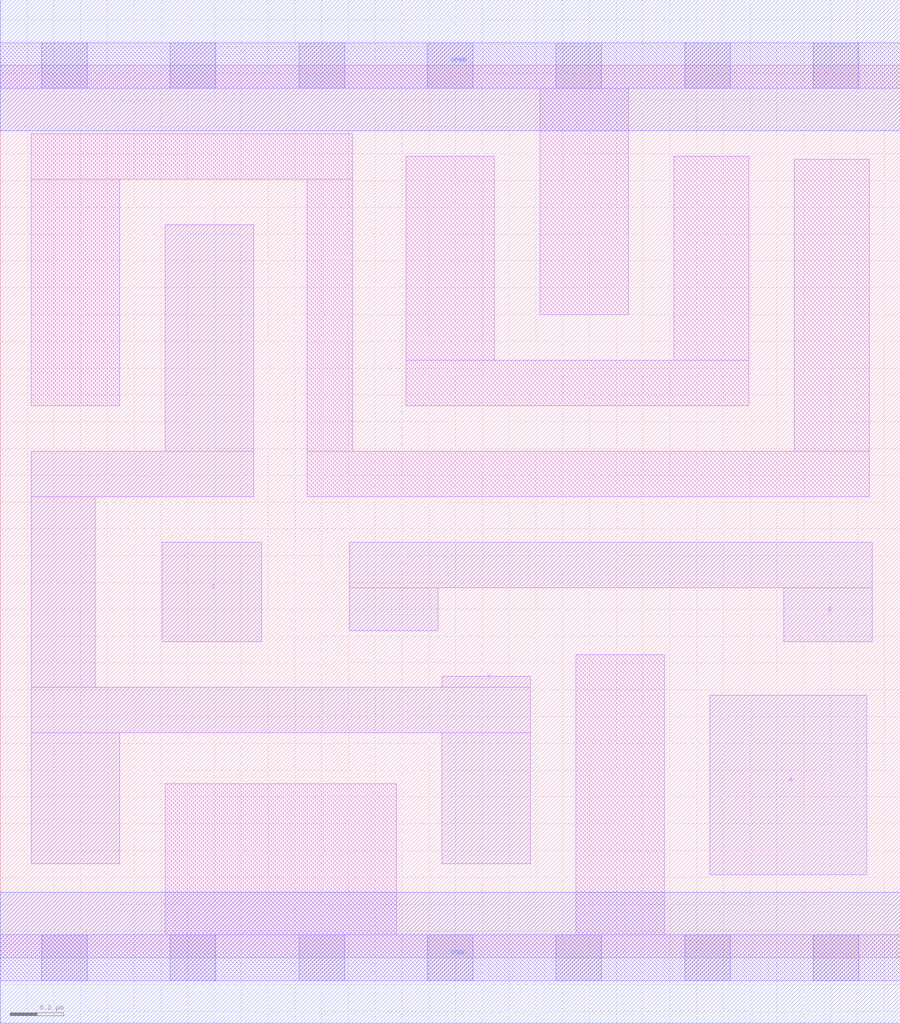
<source format=lef>
# Copyright 2020 The SkyWater PDK Authors
#
# Licensed under the Apache License, Version 2.0 (the "License");
# you may not use this file except in compliance with the License.
# You may obtain a copy of the License at
#
#     https://www.apache.org/licenses/LICENSE-2.0
#
# Unless required by applicable law or agreed to in writing, software
# distributed under the License is distributed on an "AS IS" BASIS,
# WITHOUT WARRANTIES OR CONDITIONS OF ANY KIND, either express or implied.
# See the License for the specific language governing permissions and
# limitations under the License.
#
# SPDX-License-Identifier: Apache-2.0

VERSION 5.7 ;
  NAMESCASESENSITIVE ON ;
  NOWIREEXTENSIONATPIN ON ;
  DIVIDERCHAR "/" ;
  BUSBITCHARS "[]" ;
UNITS
  DATABASE MICRONS 200 ;
END UNITS
MACRO sky130_fd_sc_ms__nor3_2
  CLASS CORE ;
  SOURCE USER ;
  FOREIGN sky130_fd_sc_ms__nor3_2 ;
  ORIGIN  0.000000  0.000000 ;
  SIZE  3.360000 BY  3.330000 ;
  SYMMETRY X Y ;
  SITE unit ;
  PIN A
    ANTENNAGATEAREA  0.514200 ;
    DIRECTION INPUT ;
    USE SIGNAL ;
    PORT
      LAYER li1 ;
        RECT 2.650000 0.310000 3.235000 0.980000 ;
    END
  END A
  PIN B
    ANTENNAGATEAREA  0.514200 ;
    DIRECTION INPUT ;
    USE SIGNAL ;
    PORT
      LAYER li1 ;
        RECT 1.305000 1.220000 1.635000 1.380000 ;
        RECT 1.305000 1.380000 3.255000 1.550000 ;
        RECT 2.925000 1.180000 3.255000 1.380000 ;
    END
  END B
  PIN C
    ANTENNAGATEAREA  0.514200 ;
    DIRECTION INPUT ;
    USE SIGNAL ;
    PORT
      LAYER li1 ;
        RECT 0.605000 1.180000 0.975000 1.550000 ;
    END
  END C
  PIN Y
    ANTENNADIFFAREA  0.828300 ;
    DIRECTION OUTPUT ;
    USE SIGNAL ;
    PORT
      LAYER li1 ;
        RECT 0.115000 0.350000 0.445000 0.840000 ;
        RECT 0.115000 0.840000 1.980000 1.010000 ;
        RECT 0.115000 1.010000 0.355000 1.720000 ;
        RECT 0.115000 1.720000 0.945000 1.890000 ;
        RECT 0.615000 1.890000 0.945000 2.735000 ;
        RECT 1.650000 0.350000 1.980000 0.840000 ;
        RECT 1.650000 1.010000 1.980000 1.050000 ;
    END
  END Y
  PIN VGND
    DIRECTION INOUT ;
    USE GROUND ;
    PORT
      LAYER met1 ;
        RECT 0.000000 -0.245000 3.360000 0.245000 ;
    END
  END VGND
  PIN VPWR
    DIRECTION INOUT ;
    USE POWER ;
    PORT
      LAYER met1 ;
        RECT 0.000000 3.085000 3.360000 3.575000 ;
    END
  END VPWR
  OBS
    LAYER li1 ;
      RECT 0.000000 -0.085000 3.360000 0.085000 ;
      RECT 0.000000  3.245000 3.360000 3.415000 ;
      RECT 0.115000  2.060000 0.445000 2.905000 ;
      RECT 0.115000  2.905000 1.315000 3.075000 ;
      RECT 0.615000  0.085000 1.480000 0.650000 ;
      RECT 1.145000  1.720000 3.245000 1.890000 ;
      RECT 1.145000  1.890000 1.315000 2.905000 ;
      RECT 1.515000  2.060000 2.795000 2.230000 ;
      RECT 1.515000  2.230000 1.845000 2.990000 ;
      RECT 2.015000  2.400000 2.345000 3.245000 ;
      RECT 2.150000  0.085000 2.480000 1.130000 ;
      RECT 2.515000  2.230000 2.795000 2.990000 ;
      RECT 2.965000  1.890000 3.245000 2.980000 ;
    LAYER mcon ;
      RECT 0.155000 -0.085000 0.325000 0.085000 ;
      RECT 0.155000  3.245000 0.325000 3.415000 ;
      RECT 0.635000 -0.085000 0.805000 0.085000 ;
      RECT 0.635000  3.245000 0.805000 3.415000 ;
      RECT 1.115000 -0.085000 1.285000 0.085000 ;
      RECT 1.115000  3.245000 1.285000 3.415000 ;
      RECT 1.595000 -0.085000 1.765000 0.085000 ;
      RECT 1.595000  3.245000 1.765000 3.415000 ;
      RECT 2.075000 -0.085000 2.245000 0.085000 ;
      RECT 2.075000  3.245000 2.245000 3.415000 ;
      RECT 2.555000 -0.085000 2.725000 0.085000 ;
      RECT 2.555000  3.245000 2.725000 3.415000 ;
      RECT 3.035000 -0.085000 3.205000 0.085000 ;
      RECT 3.035000  3.245000 3.205000 3.415000 ;
  END
END sky130_fd_sc_ms__nor3_2
END LIBRARY

</source>
